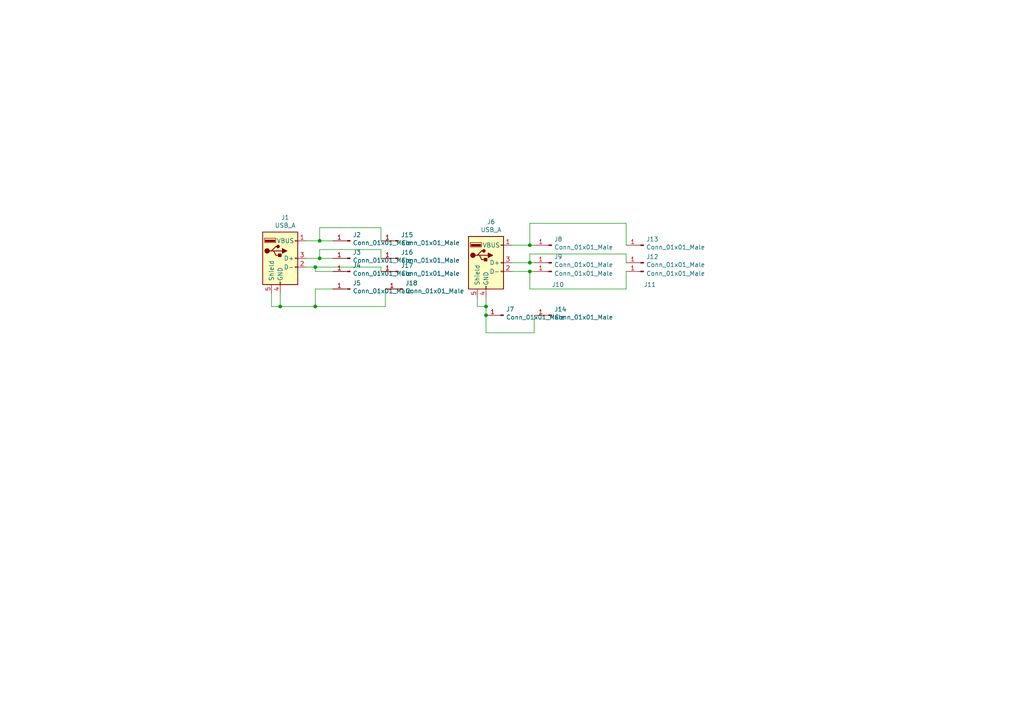
<source format=kicad_sch>
(kicad_sch (version 20230121) (generator eeschema)
  (paper "A4")
  (lib_symbols
    (symbol "Connector:USB_A" (pin_names (offset 1.016))
      (property "Reference" "J" (at -5.08 11.43 0))
      (property "Value" "USB_A" (at -5.08 8.89 0))
      (symbol "USB_A_0_1"
        (rectangle (start -5.08 -7.62) (end 5.08 7.62) (stroke (width 0.254)) (fill (type background)))
        (circle (center -3.81 2.159) (radius 0.635) (stroke (width 0.254)) (fill (type outline)))
        (rectangle (start -1.524 4.826) (end -4.318 5.334) (fill (type outline)))
        (rectangle (start -1.27 4.572) (end -4.572 5.842))
        (circle (center -0.635 3.429) (radius 0.381) (stroke (width 0.254)) (fill (type outline)))
        (rectangle (start -0.127 -7.62) (end 0.127 -6.858))
        (polyline (pts (xy -3.175 2.159) (xy -2.54 2.159) (xy -1.27 3.429) (xy -0.635 3.429)) (stroke (width 0.254)))
        (polyline (pts (xy -2.54 2.159) (xy -1.905 2.159) (xy -1.27 0.889) (xy 0 0.889)) (stroke (width 0.254)))
        (polyline (pts (xy 0.635 2.794) (xy 0.635 1.524) (xy 1.905 2.159) (xy 0.635 2.794)) (stroke (width 0.254)) (fill (type outline)))
        (rectangle (start 0.254 1.27) (end -0.508 0.508) (stroke (width 0.254)) (fill (type outline)))
        (rectangle (start 5.08 -2.667) (end 4.318 -2.413))
        (rectangle (start 5.08 -0.127) (end 4.318 0.127))
        (rectangle (start 5.08 4.953) (end 4.318 5.207))
      )
      (symbol "USB_A_1_1"
        (polyline (pts (xy -1.905 2.159) (xy 0.635 2.159)) (stroke (width 0.254)))
        (pin power_in line (at 7.62 5.08 180) (length 2.54) (name "VBUS") (number "1"))
        (pin bidirectional line (at 7.62 -2.54 180) (length 2.54) (name "D-") (number "2"))
        (pin bidirectional line (at 7.62 0 180) (length 2.54) (name "D+") (number "3"))
        (pin power_in line (at 0 -10.16 90) (length 2.54) (name "GND") (number "4"))
        (pin passive line (at -2.54 -10.16 90) (length 2.54) (name "Shield") (number "5"))
      )
    )
    (symbol "USBConnectorTester-rescue:Conn_01x01_Male-Connector" (pin_names (offset 1.016) hide)
      (property "Reference" "J" (at 0 2.54 0))
      (property "Value" "Connector_Conn_01x01_Male" (at 0 -2.54 0))
      (symbol "Conn_01x01_Male-Connector_1_1"
        (polyline (pts (xy 1.27 0) (xy 0.8636 0)) (stroke (width 0.1524)))
        (rectangle (start 0.8636 0.127) (end 0 -0.127) (stroke (width 0.1524)) (fill (type outline)))
        (pin passive line (at 5.08 0 180) (length 3.81) (name "Pin_1") (number "1"))
      )
    )
  )
  (junction (at 153.67 76.2))
  (junction (at 153.67 78.74))
  (junction (at 81.28 88.9))
  (junction (at 91.44 77.47))
  (junction (at 140.97 91.44))
  (junction (at 92.71 74.93))
  (junction (at 153.67 71.12))
  (junction (at 92.71 69.85))
  (junction (at 91.44 88.9))
  (junction (at 140.97 88.9))
  (wire (pts (xy 91.44 88.9) (xy 91.44 83.82)))
  (wire (pts (xy 148.59 71.12) (xy 153.67 71.12)))
  (wire (pts (xy 91.44 77.47) (xy 88.9 77.47)))
  (wire (pts (xy 111.76 88.9) (xy 111.76 83.82)))
  (wire (pts (xy 138.43 88.9) (xy 140.97 88.9)))
  (wire (pts (xy 88.9 74.93) (xy 92.71 74.93)))
  (wire (pts (xy 110.49 66.04) (xy 110.49 69.85)))
  (wire (pts (xy 91.44 88.9) (xy 111.76 88.9)))
  (wire (pts (xy 153.67 78.74) (xy 153.67 83.82)))
  (wire (pts (xy 110.49 77.47) (xy 91.44 77.47)))
  (wire (pts (xy 110.49 72.39) (xy 110.49 74.93)))
  (wire (pts (xy 92.71 66.04) (xy 110.49 66.04)))
  (wire (pts (xy 181.61 76.2) (xy 181.61 73.66)))
  (wire (pts (xy 153.67 73.66) (xy 153.67 76.2)))
  (wire (pts (xy 181.61 83.82) (xy 181.61 78.74)))
  (wire (pts (xy 181.61 64.77) (xy 181.61 71.12)))
  (wire (pts (xy 92.71 69.85) (xy 96.52 69.85)))
  (wire (pts (xy 153.67 71.12) (xy 153.67 64.77)))
  (wire (pts (xy 92.71 74.93) (xy 92.71 72.39)))
  (wire (pts (xy 153.67 78.74) (xy 154.94 78.74)))
  (wire (pts (xy 91.44 83.82) (xy 96.52 83.82)))
  (wire (pts (xy 78.74 85.09) (xy 78.74 88.9)))
  (wire (pts (xy 153.67 71.12) (xy 154.94 71.12)))
  (wire (pts (xy 81.28 88.9) (xy 91.44 88.9)))
  (wire (pts (xy 153.67 76.2) (xy 148.59 76.2)))
  (wire (pts (xy 81.28 85.09) (xy 81.28 88.9)))
  (wire (pts (xy 140.97 91.44) (xy 140.97 88.9)))
  (wire (pts (xy 153.67 64.77) (xy 181.61 64.77)))
  (wire (pts (xy 154.94 76.2) (xy 153.67 76.2)))
  (wire (pts (xy 92.71 72.39) (xy 110.49 72.39)))
  (wire (pts (xy 92.71 74.93) (xy 96.52 74.93)))
  (wire (pts (xy 153.67 83.82) (xy 181.61 83.82)))
  (wire (pts (xy 91.44 78.74) (xy 91.44 77.47)))
  (wire (pts (xy 140.97 96.52) (xy 154.94 96.52)))
  (wire (pts (xy 181.61 73.66) (xy 153.67 73.66)))
  (wire (pts (xy 138.43 86.36) (xy 138.43 88.9)))
  (wire (pts (xy 148.59 78.74) (xy 153.67 78.74)))
  (wire (pts (xy 110.49 78.74) (xy 110.49 77.47)))
  (wire (pts (xy 154.94 96.52) (xy 154.94 91.44)))
  (wire (pts (xy 140.97 91.44) (xy 140.97 96.52)))
  (wire (pts (xy 78.74 88.9) (xy 81.28 88.9)))
  (wire (pts (xy 88.9 69.85) (xy 92.71 69.85)))
  (wire (pts (xy 140.97 88.9) (xy 140.97 86.36)))
  (wire (pts (xy 92.71 69.85) (xy 92.71 66.04)))
  (wire (pts (xy 96.52 78.74) (xy 91.44 78.74)))
  (symbol (lib_id "Connector:USB_A") (at 81.28 74.93 0) (unit 1)
    (property "Reference" "J1" (at 82.7278 63.0682 0))
    (property "Value" "USB_A" (at 82.7278 65.3796 0))
    (property "Footprint" "WiRoc:USBA-Male-through-hole-C112454" (effects hide))
    (property "Datasheet" " ~" (effects hide))
  )
  (symbol (lib_id "Connector:USB_A") (at 140.97 76.2 0) (unit 1)
    (property "Reference" "J6" (at 142.4178 64.3382 0))
    (property "Value" "USB_A" (at 142.4178 66.6496 0))
    (property "Footprint" "Connector_USB:USB_A_CONNFLY_DS1095-WNR0" (effects hide))
    (property "Datasheet" " ~" (effects hide))
  )
  (symbol (lib_id "USBConnectorTester-rescue:Conn_01x01_Male-Connector") (at 101.6 69.85 180) (unit 1)
    (property "Reference" "J2" (at 102.3112 68.1228 0) (effects (justify right)))
    (property "Value" "Conn_01x01_Male" (at 102.3112 70.4342 0) (effects (justify right)))
    (property "Footprint" "Connector_PinHeader_2.54mm:PinHeader_1x01_P2.54mm_Vertical" (effects hide))
  )
  (symbol (lib_id "USBConnectorTester-rescue:Conn_01x01_Male-Connector") (at 101.6 74.93 180) (unit 1)
    (property "Reference" "J3" (at 102.3112 73.2028 0) (effects (justify right)))
    (property "Value" "Conn_01x01_Male" (at 102.3112 75.5142 0) (effects (justify right)))
    (property "Footprint" "Connector_PinHeader_2.54mm:PinHeader_1x01_P2.54mm_Vertical" (effects hide))
  )
  (symbol (lib_id "USBConnectorTester-rescue:Conn_01x01_Male-Connector") (at 101.6 78.74 180) (unit 1)
    (property "Reference" "J4" (at 102.3112 77.0128 0) (effects (justify right)))
    (property "Value" "Conn_01x01_Male" (at 102.3112 79.3242 0) (effects (justify right)))
    (property "Footprint" "Connector_PinHeader_2.54mm:PinHeader_1x01_P2.54mm_Vertical" (effects hide))
  )
  (symbol (lib_id "USBConnectorTester-rescue:Conn_01x01_Male-Connector") (at 101.6 83.82 180) (unit 1)
    (property "Reference" "J5" (at 102.3112 82.0928 0) (effects (justify right)))
    (property "Value" "Conn_01x01_Male" (at 102.3112 84.4042 0) (effects (justify right)))
    (property "Footprint" "Connector_PinHeader_2.54mm:PinHeader_1x01_P2.54mm_Vertical" (effects hide))
  )
  (symbol (lib_id "USBConnectorTester-rescue:Conn_01x01_Male-Connector") (at 160.02 71.12 180) (unit 1)
    (property "Reference" "J8" (at 160.7312 69.3928 0) (effects (justify right)))
    (property "Value" "Conn_01x01_Male" (at 160.7312 71.7042 0) (effects (justify right)))
    (property "Footprint" "Connector_PinHeader_2.54mm:PinHeader_1x01_P2.54mm_Vertical" (effects hide))
  )
  (symbol (lib_id "USBConnectorTester-rescue:Conn_01x01_Male-Connector") (at 160.02 76.2 180) (unit 1)
    (property "Reference" "J9" (at 160.7312 74.4728 0) (effects (justify right)))
    (property "Value" "Conn_01x01_Male" (at 160.7312 76.7842 0) (effects (justify right)))
    (property "Footprint" "Connector_PinHeader_2.54mm:PinHeader_1x01_P2.54mm_Vertical" (effects hide))
  )
  (symbol (lib_id "USBConnectorTester-rescue:Conn_01x01_Male-Connector") (at 160.02 78.74 180) (unit 1)
    (property "Reference" "J10" (at 160.02 82.55 0) (effects (justify right)))
    (property "Value" "Conn_01x01_Male" (at 160.7312 79.3242 0) (effects (justify right)))
    (property "Footprint" "Connector_PinHeader_2.54mm:PinHeader_1x01_P2.54mm_Vertical" (effects hide))
  )
  (symbol (lib_id "USBConnectorTester-rescue:Conn_01x01_Male-Connector") (at 146.05 91.44 180) (unit 1)
    (property "Reference" "J7" (at 146.7612 89.7128 0) (effects (justify right)))
    (property "Value" "Conn_01x01_Male" (at 146.7612 92.0242 0) (effects (justify right)))
    (property "Footprint" "Connector_PinHeader_2.54mm:PinHeader_1x01_P2.54mm_Vertical" (effects hide))
  )
  (symbol (lib_id "USBConnectorTester-rescue:Conn_01x01_Male-Connector") (at 186.69 78.74 180) (unit 1)
    (property "Reference" "J11" (at 186.69 82.55 0) (effects (justify right)))
    (property "Value" "Conn_01x01_Male" (at 187.4012 79.3242 0) (effects (justify right)))
    (property "Footprint" "WiRoc:RoundPadThroughHole" (effects hide))
  )
  (symbol (lib_id "USBConnectorTester-rescue:Conn_01x01_Male-Connector") (at 115.57 74.93 180) (unit 1)
    (property "Reference" "J16" (at 116.2812 73.2028 0) (effects (justify right)))
    (property "Value" "Conn_01x01_Male" (at 116.2812 75.5142 0) (effects (justify right)))
    (property "Footprint" "WiRoc:RoundPadThroughHole" (effects hide))
  )
  (symbol (lib_id "USBConnectorTester-rescue:Conn_01x01_Male-Connector") (at 186.69 71.12 180) (unit 1)
    (property "Reference" "J13" (at 187.4012 69.3928 0) (effects (justify right)))
    (property "Value" "Conn_01x01_Male" (at 187.4012 71.7042 0) (effects (justify right)))
    (property "Footprint" "WiRoc:RoundPadThroughHole" (effects hide))
  )
  (symbol (lib_id "USBConnectorTester-rescue:Conn_01x01_Male-Connector") (at 116.84 83.82 180) (unit 1)
    (property "Reference" "J18" (at 117.5512 82.0928 0) (effects (justify right)))
    (property "Value" "Conn_01x01_Male" (at 117.5512 84.4042 0) (effects (justify right)))
    (property "Footprint" "WiRoc:RoundPadThroughHole" (effects hide))
  )
  (symbol (lib_id "USBConnectorTester-rescue:Conn_01x01_Male-Connector") (at 115.57 69.85 180) (unit 1)
    (property "Reference" "J15" (at 116.2812 68.1228 0) (effects (justify right)))
    (property "Value" "Conn_01x01_Male" (at 116.2812 70.4342 0) (effects (justify right)))
    (property "Footprint" "WiRoc:RoundPadThroughHole" (effects hide))
  )
  (symbol (lib_id "USBConnectorTester-rescue:Conn_01x01_Male-Connector") (at 186.69 76.2 180) (unit 1)
    (property "Reference" "J12" (at 187.4012 74.4728 0) (effects (justify right)))
    (property "Value" "Conn_01x01_Male" (at 187.4012 76.7842 0) (effects (justify right)))
    (property "Footprint" "WiRoc:RoundPadThroughHole" (effects hide))
  )
  (symbol (lib_id "USBConnectorTester-rescue:Conn_01x01_Male-Connector") (at 160.02 91.44 180) (unit 1)
    (property "Reference" "J14" (at 160.7312 89.7128 0) (effects (justify right)))
    (property "Value" "Conn_01x01_Male" (at 160.7312 92.0242 0) (effects (justify right)))
    (property "Footprint" "WiRoc:RoundPadThroughHole" (effects hide))
  )
  (symbol (lib_id "USBConnectorTester-rescue:Conn_01x01_Male-Connector") (at 115.57 78.74 180) (unit 1)
    (property "Reference" "J17" (at 116.2812 77.0128 0) (effects (justify right)))
    (property "Value" "Conn_01x01_Male" (at 116.2812 79.3242 0) (effects (justify right)))
    (property "Footprint" "WiRoc:RoundPadThroughHole" (effects hide))
  )
)
</source>
